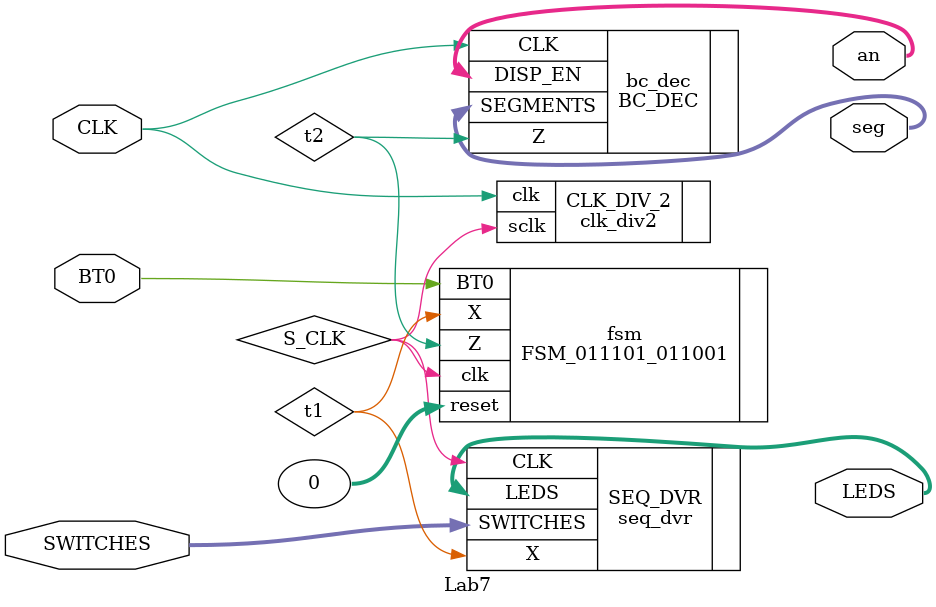
<source format=sv>
`timescale 1ns / 1ps


module Lab7(
    input CLK,
    input [7:0] SWITCHES,
    input BT0,
    output [7:0] seg,
    output [3:0] an,
    output [7:0] LEDS
    );
    logic S_CLK, t1, t2;
    
    clk_div2 CLK_DIV_2 ( .clk(CLK), .sclk(S_CLK) );
    seq_dvr SEQ_DVR ( .CLK(S_CLK), .SWITCHES(SWITCHES), .LEDS(LEDS), .X(t1) );
    FSM_011101_011001 fsm ( .clk(S_CLK), .X(t1), .BT0(BT0), .reset(0), .Z(t2) );
    BC_DEC bc_dec ( .CLK(CLK), .Z(t2), .SEGMENTS(seg), .DISP_EN(an) );    
    
endmodule

</source>
